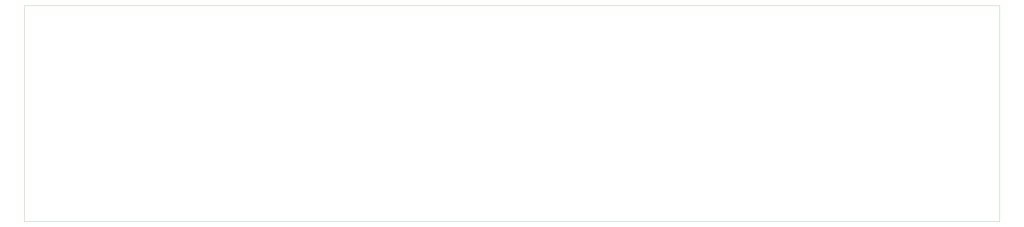
<source format=gbr>
G04 #@! TF.GenerationSoftware,KiCad,Pcbnew,(5.1.12)-1*
G04 #@! TF.CreationDate,2021-12-20T16:37:03-08:00*
G04 #@! TF.ProjectId,logboi,6c6f6762-6f69-42e6-9b69-6361645f7063,rev?*
G04 #@! TF.SameCoordinates,Original*
G04 #@! TF.FileFunction,Profile,NP*
%FSLAX46Y46*%
G04 Gerber Fmt 4.6, Leading zero omitted, Abs format (unit mm)*
G04 Created by KiCad (PCBNEW (5.1.12)-1) date 2021-12-20 16:37:03*
%MOMM*%
%LPD*%
G01*
G04 APERTURE LIST*
G04 #@! TA.AperFunction,Profile*
%ADD10C,0.050000*%
G04 #@! TD*
G04 APERTURE END LIST*
D10*
X20521250Y-15557500D02*
X25283750Y-15557500D01*
X25283750Y-101282500D02*
X20521250Y-101282500D01*
X396758750Y-15557500D02*
X401521250Y-15557500D01*
X396758750Y-101282500D02*
X401521250Y-101282500D01*
X20521250Y-15557500D02*
X18140000Y-15557500D01*
X20521250Y-101282500D02*
X18140000Y-101282500D01*
X18140000Y-101282500D02*
X15758750Y-101282500D01*
X15758750Y-15557500D02*
X15758750Y-101282500D01*
X18140000Y-15557500D02*
X15758750Y-15557500D01*
X25283750Y-15557500D02*
X396758750Y-15557500D01*
X396758750Y-101282500D02*
X25283750Y-101282500D01*
X401521250Y-15557500D02*
X401521250Y-101282500D01*
M02*

</source>
